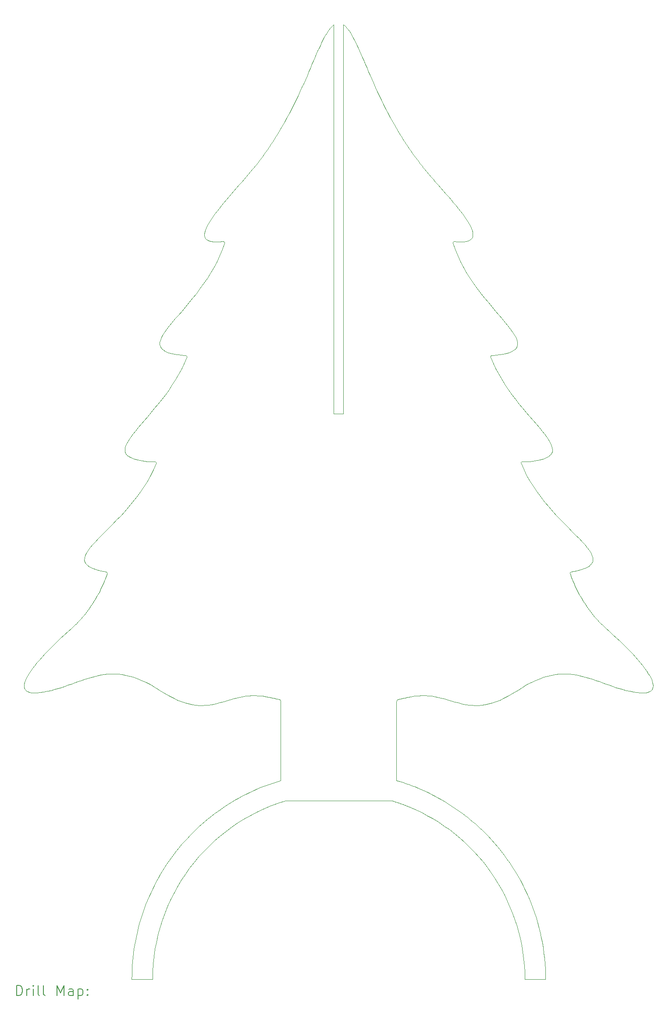
<source format=gbr>
%TF.GenerationSoftware,KiCad,Pcbnew,8.0.6*%
%TF.CreationDate,2024-11-23T10:35:45+01:00*%
%TF.ProjectId,ChristmasTree,43687269-7374-46d6-9173-547265652e6b,rev?*%
%TF.SameCoordinates,Original*%
%TF.FileFunction,Drillmap*%
%TF.FilePolarity,Positive*%
%FSLAX45Y45*%
G04 Gerber Fmt 4.5, Leading zero omitted, Abs format (unit mm)*
G04 Created by KiCad (PCBNEW 8.0.6) date 2024-11-23 10:35:45*
%MOMM*%
%LPD*%
G01*
G04 APERTURE LIST*
%ADD10C,0.100000*%
%ADD11C,0.200000*%
G04 APERTURE END LIST*
D10*
X8163262Y-5390360D02*
X8172243Y-5380016D01*
X8181192Y-5369692D01*
X8190109Y-5359389D01*
X8198991Y-5349108D01*
X8207837Y-5338850D01*
X8216645Y-5328617D01*
X8225412Y-5318408D01*
X8234138Y-5308226D01*
X8242820Y-5298071D01*
X8251455Y-5287945D01*
X8260044Y-5277849D01*
X8268583Y-5267783D01*
X8277070Y-5257749D01*
X8285504Y-5247748D01*
X8293883Y-5237782D01*
X8302205Y-5227850D01*
X8310468Y-5217955D01*
X8318671Y-5208096D01*
X8326810Y-5198277D01*
X8334886Y-5188497D01*
X8342894Y-5178757D01*
X8350835Y-5169059D01*
X8358705Y-5159404D01*
X8366504Y-5149793D01*
X8374228Y-5140227D01*
X8381877Y-5130707D01*
X8389448Y-5121234D01*
X8396940Y-5111810D01*
X8404350Y-5102435D01*
X8411676Y-5093110D01*
X8418918Y-5083837D01*
X8426073Y-5074617D01*
X4288000Y-15290000D02*
X4218846Y-15300272D01*
X4157298Y-15305857D01*
X4103150Y-15306909D01*
X4056197Y-15303582D01*
X4016232Y-15296029D01*
X3983050Y-15284405D01*
X3956446Y-15268864D01*
X3936213Y-15249560D01*
X3922147Y-15226647D01*
X3914041Y-15200279D01*
X3911689Y-15170609D01*
X3914887Y-15137792D01*
X3923428Y-15101982D01*
X3937106Y-15063333D01*
X3955717Y-15021999D01*
X3979054Y-14978134D01*
X4006912Y-14931891D01*
X4039084Y-14883426D01*
X4075366Y-14832891D01*
X4115552Y-14780441D01*
X4159435Y-14726230D01*
X4206811Y-14670413D01*
X4257474Y-14613142D01*
X4311217Y-14554572D01*
X4367836Y-14494856D01*
X4427125Y-14434150D01*
X4488877Y-14372607D01*
X4552888Y-14310381D01*
X4618951Y-14247626D01*
X4686861Y-14184495D01*
X4756413Y-14121144D01*
X4827400Y-14057726D01*
X11104010Y-15482616D02*
X11104010Y-16998492D01*
X15683759Y-15290000D02*
X15611623Y-15276143D01*
X15541161Y-15260107D01*
X15472218Y-15242192D01*
X15404639Y-15222702D01*
X15338269Y-15201935D01*
X15272953Y-15180195D01*
X15208536Y-15157782D01*
X15144863Y-15134997D01*
X15081778Y-15112142D01*
X15019127Y-15089518D01*
X14956754Y-15067426D01*
X14894505Y-15046168D01*
X14832223Y-15026044D01*
X14769755Y-15007356D01*
X14706946Y-14990406D01*
X14643639Y-14975494D01*
X14579680Y-14962923D01*
X14514913Y-14952992D01*
X14449185Y-14946004D01*
X14382339Y-14942259D01*
X14314220Y-14942059D01*
X14244675Y-14945706D01*
X14173546Y-14953500D01*
X14100680Y-14965743D01*
X14025920Y-14982736D01*
X13949113Y-15004780D01*
X13870103Y-15032177D01*
X13788735Y-15065227D01*
X13704853Y-15104233D01*
X13618304Y-15149495D01*
X13528931Y-15201315D01*
X13436579Y-15259994D01*
X6535183Y-15259994D02*
X6442831Y-15201315D01*
X6353457Y-15149495D01*
X6266907Y-15104233D01*
X6183026Y-15065227D01*
X6101657Y-15032177D01*
X6022647Y-15004780D01*
X5945840Y-14982736D01*
X5871080Y-14965743D01*
X5798214Y-14953500D01*
X5727085Y-14945706D01*
X5657539Y-14942059D01*
X5589421Y-14942259D01*
X5522575Y-14946004D01*
X5456846Y-14952992D01*
X5392080Y-14962923D01*
X5328121Y-14975494D01*
X5264814Y-14990406D01*
X5202004Y-15007356D01*
X5139536Y-15026044D01*
X5077255Y-15046168D01*
X5015005Y-15067426D01*
X4952632Y-15089518D01*
X4889981Y-15112142D01*
X4826896Y-15134997D01*
X4763223Y-15157782D01*
X4698806Y-15180195D01*
X4633490Y-15201935D01*
X4567120Y-15222702D01*
X4499541Y-15242192D01*
X4430598Y-15260107D01*
X4360136Y-15276143D01*
X4288000Y-15290000D01*
X11081428Y-4378933D02*
X11093987Y-4400545D01*
X11106662Y-4422183D01*
X11119452Y-4443847D01*
X11132359Y-4465534D01*
X11145384Y-4487242D01*
X11158528Y-4508970D01*
X11171792Y-4530715D01*
X11185178Y-4552477D01*
X11198686Y-4574252D01*
X11212318Y-4596039D01*
X11226074Y-4617836D01*
X11239956Y-4639642D01*
X11253965Y-4661454D01*
X11268102Y-4683271D01*
X11282368Y-4705090D01*
X11296764Y-4726910D01*
X11311291Y-4748729D01*
X11325950Y-4770545D01*
X11340743Y-4792357D01*
X11355670Y-4814161D01*
X11370733Y-4835957D01*
X11385933Y-4857743D01*
X11401270Y-4879517D01*
X11416746Y-4901276D01*
X11432363Y-4923019D01*
X11448120Y-4944745D01*
X11464020Y-4966450D01*
X11480062Y-4988135D01*
X11496250Y-5009795D01*
X11512582Y-5031430D01*
X11529062Y-5053038D01*
X11545689Y-5074617D01*
X6390903Y-20834945D02*
X5990859Y-20834945D01*
X5512490Y-13015277D02*
X5515540Y-13004183D01*
X5516819Y-12992759D01*
X5515386Y-12982685D01*
X5508614Y-12976140D01*
X6461113Y-10879904D02*
X6463689Y-10869393D01*
X6462005Y-10859021D01*
X6454604Y-10850503D01*
X6443983Y-10846742D01*
X6436411Y-10846419D01*
X13580856Y-20834945D02*
X13578382Y-20702275D01*
X13571014Y-20570505D01*
X13558831Y-20439741D01*
X13541910Y-20310089D01*
X13520331Y-20181652D01*
X13494173Y-20054536D01*
X13463514Y-19928847D01*
X13428434Y-19804688D01*
X13389011Y-19682166D01*
X13345323Y-19561385D01*
X13297451Y-19442450D01*
X13245472Y-19325467D01*
X13189465Y-19210539D01*
X13129509Y-19097773D01*
X13065684Y-18987273D01*
X12998067Y-18879144D01*
X12926738Y-18773492D01*
X12851775Y-18670421D01*
X12773257Y-18570037D01*
X12691264Y-18472444D01*
X12605873Y-18377747D01*
X12517164Y-18286052D01*
X12425215Y-18197463D01*
X12330105Y-18112085D01*
X12231914Y-18030025D01*
X12130719Y-17951385D01*
X12026600Y-17876273D01*
X11919636Y-17804791D01*
X11809904Y-17737047D01*
X11697485Y-17673144D01*
X11582457Y-17613188D01*
X11464898Y-17557283D01*
X11464898Y-17557283D02*
X11451190Y-17551095D01*
X11437451Y-17544964D01*
X11423681Y-17538892D01*
X11409880Y-17532877D01*
X11396048Y-17526921D01*
X11382185Y-17521022D01*
X11368291Y-17515181D01*
X11354366Y-17509398D01*
X11340410Y-17503673D01*
X11326423Y-17498006D01*
X11312405Y-17492397D01*
X11298356Y-17486845D01*
X11284276Y-17481352D01*
X11270165Y-17475916D01*
X11256023Y-17470538D01*
X11241850Y-17465218D01*
X11227646Y-17459956D01*
X11213412Y-17454751D01*
X11199146Y-17449605D01*
X11184849Y-17444516D01*
X11170521Y-17439485D01*
X11156162Y-17434512D01*
X11141772Y-17429596D01*
X11127352Y-17424739D01*
X11112900Y-17419939D01*
X11098417Y-17415197D01*
X11083903Y-17410513D01*
X11069358Y-17405886D01*
X11054782Y-17401318D01*
X11040175Y-17396807D01*
X11025538Y-17392353D01*
X11010869Y-17387958D01*
X9984649Y-17387958D02*
X8960888Y-17387958D01*
X7752265Y-6595797D02*
X7682805Y-6602519D01*
X7621603Y-6604738D01*
X7568362Y-6602618D01*
X7522789Y-6596321D01*
X7484588Y-6586013D01*
X7453466Y-6571858D01*
X7429126Y-6554019D01*
X7411275Y-6532660D01*
X7399618Y-6507945D01*
X7393861Y-6480038D01*
X7393707Y-6449103D01*
X7398864Y-6415304D01*
X7409036Y-6378805D01*
X7423928Y-6339770D01*
X7443246Y-6298363D01*
X7466696Y-6254748D01*
X7493982Y-6209088D01*
X7524809Y-6161548D01*
X7558884Y-6112292D01*
X7595911Y-6061483D01*
X7635596Y-6009285D01*
X7677644Y-5955863D01*
X7721760Y-5901381D01*
X7767650Y-5846001D01*
X7815019Y-5789889D01*
X7863572Y-5733208D01*
X7913016Y-5676123D01*
X7963054Y-5618796D01*
X8013392Y-5561393D01*
X8063736Y-5504076D01*
X8113791Y-5447011D01*
X8163262Y-5390360D01*
X8960888Y-17387958D02*
X8820268Y-17432862D01*
X8682447Y-17483276D01*
X8547534Y-17539054D01*
X8415638Y-17600050D01*
X8286868Y-17666119D01*
X8161333Y-17737116D01*
X8039143Y-17812893D01*
X7920407Y-17893306D01*
X7805234Y-17978209D01*
X7693733Y-18067456D01*
X7586014Y-18160901D01*
X7482186Y-18258399D01*
X7382358Y-18359803D01*
X7286639Y-18464969D01*
X7195139Y-18573750D01*
X7107966Y-18686000D01*
X7025230Y-18801575D01*
X6947040Y-18920327D01*
X6873506Y-19042112D01*
X6804737Y-19166783D01*
X6740841Y-19294195D01*
X6681928Y-19424203D01*
X6628108Y-19556660D01*
X6579489Y-19691420D01*
X6536182Y-19828338D01*
X6498294Y-19967269D01*
X6465935Y-20108066D01*
X6439215Y-20250583D01*
X6418242Y-20394676D01*
X6403126Y-20540197D01*
X6393977Y-20687003D01*
X6390903Y-20834945D01*
X13980903Y-20834945D02*
X13580859Y-20834945D01*
X12945859Y-8794659D02*
X12934894Y-8796781D01*
X12925290Y-8802705D01*
X12919652Y-8811665D01*
X12918536Y-8822950D01*
X12920814Y-8832040D01*
X10075668Y-2415024D02*
X10099549Y-2432369D01*
X10123216Y-2453700D01*
X10146740Y-2478904D01*
X10170191Y-2507864D01*
X10193639Y-2540467D01*
X10217154Y-2576598D01*
X10240806Y-2616142D01*
X10264665Y-2658986D01*
X10288801Y-2705013D01*
X10313284Y-2754110D01*
X10338184Y-2806162D01*
X10363571Y-2861054D01*
X10389515Y-2918673D01*
X10416087Y-2978902D01*
X10443355Y-3041629D01*
X10471391Y-3106737D01*
X10500264Y-3174113D01*
X10530044Y-3243642D01*
X10560801Y-3315209D01*
X10592605Y-3388700D01*
X10625527Y-3464000D01*
X10659636Y-3540994D01*
X10695002Y-3619569D01*
X10731696Y-3699609D01*
X10769786Y-3781000D01*
X10809345Y-3863627D01*
X10850440Y-3947376D01*
X10893143Y-4032131D01*
X10937523Y-4117780D01*
X10983650Y-4204206D01*
X11031595Y-4291295D01*
X11081428Y-4378933D01*
X8840587Y-15435349D02*
X8826271Y-15431785D01*
X8811762Y-15428237D01*
X8797059Y-15424706D01*
X8782160Y-15421191D01*
X8767062Y-15417692D01*
X8751764Y-15414209D01*
X8736264Y-15410743D01*
X8720558Y-15407294D01*
X8704646Y-15403861D01*
X8688526Y-15400444D01*
X8672194Y-15397045D01*
X8655650Y-15393662D01*
X8638890Y-15390295D01*
X8621914Y-15386946D01*
X8604718Y-15383613D01*
X8587302Y-15380297D01*
X6436411Y-10846419D02*
X6423818Y-10846835D01*
X6411034Y-10847096D01*
X6398056Y-10847195D01*
X6384882Y-10847126D01*
X6371507Y-10846880D01*
X6357928Y-10846453D01*
X6344142Y-10845835D01*
X6330146Y-10845021D01*
X6315936Y-10844003D01*
X6301509Y-10842775D01*
X6291769Y-10841836D01*
X8890334Y-4378933D02*
X8940009Y-4291522D01*
X8987810Y-4204650D01*
X9033806Y-4118432D01*
X9078067Y-4032983D01*
X9120663Y-3948415D01*
X9161661Y-3864843D01*
X9201132Y-3782381D01*
X9239144Y-3701142D01*
X9275768Y-3621242D01*
X9311072Y-3542794D01*
X9345125Y-3465911D01*
X9377996Y-3390709D01*
X9409756Y-3317300D01*
X9440473Y-3245799D01*
X9470216Y-3176321D01*
X9499055Y-3108978D01*
X9527059Y-3043886D01*
X9554297Y-2981157D01*
X9580839Y-2920906D01*
X9606753Y-2863248D01*
X9632109Y-2808295D01*
X9656976Y-2756163D01*
X9681423Y-2706965D01*
X9705520Y-2660814D01*
X9729336Y-2617826D01*
X9752940Y-2578114D01*
X9776402Y-2541792D01*
X9799790Y-2508974D01*
X9823174Y-2479774D01*
X9846622Y-2454306D01*
X9870206Y-2432685D01*
X9893993Y-2415024D01*
X13006184Y-8790423D02*
X12994552Y-8791529D01*
X12983067Y-8792492D01*
X12971730Y-8793312D01*
X12960542Y-8793987D01*
X12949505Y-8794516D01*
X12945859Y-8794659D01*
X5492027Y-12973314D02*
X5389717Y-12952596D01*
X5303166Y-12929502D01*
X5231655Y-12903981D01*
X5174464Y-12875982D01*
X5130870Y-12845455D01*
X5100155Y-12812349D01*
X5081597Y-12776612D01*
X5074475Y-12738195D01*
X5078070Y-12697045D01*
X5091661Y-12653114D01*
X5114526Y-12606349D01*
X5145946Y-12556701D01*
X5185200Y-12504117D01*
X5231567Y-12448548D01*
X5284327Y-12389943D01*
X5342759Y-12328251D01*
X5406143Y-12263421D01*
X5473758Y-12195402D01*
X5544884Y-12124144D01*
X5618799Y-12049596D01*
X5694784Y-11971707D01*
X5772117Y-11890426D01*
X5850079Y-11805703D01*
X5927949Y-11717486D01*
X6005005Y-11625726D01*
X6080528Y-11530370D01*
X6153797Y-11431369D01*
X6224092Y-11328672D01*
X6290691Y-11222228D01*
X6352875Y-11111985D01*
X6409922Y-10997895D01*
X6461113Y-10879904D01*
X9893993Y-2415024D02*
X9893993Y-9924961D01*
X5990859Y-20834945D02*
X5991746Y-20749894D01*
X5994395Y-20665278D01*
X5998788Y-20581115D01*
X6004909Y-20497421D01*
X6012739Y-20414215D01*
X6022261Y-20331514D01*
X6033457Y-20249335D01*
X6046310Y-20167696D01*
X6060802Y-20086613D01*
X6076916Y-20006106D01*
X6094634Y-19926190D01*
X6113938Y-19846884D01*
X6134811Y-19768205D01*
X6157235Y-19690170D01*
X6181193Y-19612797D01*
X6206667Y-19536102D01*
X6233640Y-19460105D01*
X6262094Y-19384822D01*
X6292012Y-19310270D01*
X6323375Y-19236467D01*
X6356167Y-19163430D01*
X6390369Y-19091177D01*
X6425965Y-19019726D01*
X6462936Y-18949093D01*
X6501265Y-18879296D01*
X6540935Y-18810352D01*
X6581928Y-18742280D01*
X6624226Y-18675096D01*
X6667812Y-18608818D01*
X6712668Y-18543463D01*
X6758777Y-18479049D01*
X6806121Y-18415593D01*
X7779429Y-6627889D02*
X7781262Y-6617122D01*
X7778838Y-6606788D01*
X7770813Y-6598707D01*
X7759889Y-6595625D01*
X7752265Y-6595797D01*
X7025902Y-8794659D02*
X7014916Y-8794183D01*
X7003778Y-8793557D01*
X6992490Y-8792785D01*
X6981054Y-8791868D01*
X6969471Y-8790808D01*
X6965577Y-8790423D01*
X7050948Y-8832040D02*
X7053364Y-8821223D01*
X7051568Y-8810229D01*
X7045329Y-8801661D01*
X7035205Y-8796228D01*
X7025902Y-8794659D01*
X13436579Y-15259994D02*
X13345634Y-15317769D01*
X13258718Y-15368063D01*
X13175601Y-15411274D01*
X13096052Y-15447802D01*
X13019842Y-15478048D01*
X12946742Y-15502410D01*
X12876520Y-15521289D01*
X12808948Y-15535083D01*
X12743796Y-15544194D01*
X12680833Y-15549021D01*
X12619830Y-15549962D01*
X12560558Y-15547419D01*
X12502785Y-15541791D01*
X12446283Y-15533477D01*
X12390822Y-15522878D01*
X12336171Y-15510392D01*
X12282101Y-15496420D01*
X12228382Y-15481362D01*
X12174785Y-15465616D01*
X12121079Y-15449584D01*
X12067034Y-15433664D01*
X12012422Y-15418256D01*
X11957011Y-15403761D01*
X11900572Y-15390577D01*
X11842875Y-15379105D01*
X11783691Y-15369744D01*
X11722790Y-15362893D01*
X11659941Y-15358954D01*
X11594915Y-15358325D01*
X11527482Y-15361406D01*
X11457412Y-15368597D01*
X11384476Y-15380297D01*
X11010869Y-17387958D02*
X9987110Y-17387958D01*
X12920814Y-8832040D02*
X12968669Y-8944744D01*
X13021384Y-9054252D01*
X13078319Y-9160562D01*
X13138830Y-9263671D01*
X13202278Y-9363577D01*
X13268019Y-9460277D01*
X13335412Y-9553770D01*
X13403815Y-9644053D01*
X13472586Y-9731123D01*
X13541085Y-9814979D01*
X13608668Y-9895618D01*
X13674695Y-9973038D01*
X13738522Y-10047236D01*
X13799510Y-10118210D01*
X13857016Y-10185958D01*
X13910397Y-10250478D01*
X13959014Y-10311767D01*
X14002222Y-10369823D01*
X14039382Y-10424643D01*
X14069851Y-10476226D01*
X14092987Y-10524568D01*
X14108149Y-10569669D01*
X14114695Y-10611524D01*
X14111983Y-10650133D01*
X14099371Y-10685493D01*
X14076218Y-10717601D01*
X14041882Y-10746455D01*
X13995721Y-10772053D01*
X13937093Y-10794392D01*
X13865357Y-10813470D01*
X13779871Y-10829286D01*
X13679993Y-10841836D01*
X12192332Y-6627889D02*
X12234579Y-6749522D01*
X12282983Y-6867694D01*
X12336819Y-6982403D01*
X12395364Y-7093646D01*
X12457894Y-7201420D01*
X12523684Y-7305722D01*
X12592011Y-7406551D01*
X12662149Y-7503902D01*
X12733375Y-7597775D01*
X12804965Y-7688165D01*
X12876194Y-7775071D01*
X12946338Y-7858489D01*
X13014673Y-7938417D01*
X13080475Y-8014853D01*
X13143020Y-8087793D01*
X13201584Y-8157235D01*
X13255442Y-8223177D01*
X13303870Y-8285615D01*
X13346143Y-8344548D01*
X13381539Y-8399972D01*
X13409332Y-8451884D01*
X13428799Y-8500283D01*
X13439215Y-8545165D01*
X13439856Y-8586528D01*
X13429998Y-8624369D01*
X13408917Y-8658686D01*
X13375888Y-8689476D01*
X13330187Y-8716735D01*
X13271091Y-8740463D01*
X13197874Y-8760655D01*
X13109813Y-8777309D01*
X13006184Y-8790423D01*
X6965577Y-8790423D02*
X6861949Y-8777309D01*
X6773890Y-8760655D01*
X6700675Y-8740463D01*
X6641579Y-8716735D01*
X6595879Y-8689476D01*
X6562851Y-8658686D01*
X6541770Y-8624369D01*
X6531912Y-8586528D01*
X6532553Y-8545165D01*
X6542969Y-8500283D01*
X6562436Y-8451884D01*
X6590229Y-8399972D01*
X6625624Y-8344548D01*
X6667898Y-8285615D01*
X6716325Y-8223177D01*
X6770183Y-8157235D01*
X6828746Y-8087793D01*
X6891290Y-8014853D01*
X6957092Y-7938417D01*
X7025427Y-7858489D01*
X7095570Y-7775071D01*
X7166799Y-7688165D01*
X7238388Y-7597775D01*
X7309614Y-7503902D01*
X7379752Y-7406551D01*
X7448078Y-7305722D01*
X7513867Y-7201420D01*
X7576397Y-7093646D01*
X7634942Y-6982403D01*
X7688779Y-6867694D01*
X7737182Y-6749522D01*
X7779429Y-6627889D01*
X12801580Y-18000738D02*
X12869024Y-18069381D01*
X12934814Y-18139628D01*
X12998918Y-18211447D01*
X13061304Y-18284805D01*
X13121939Y-18359672D01*
X13180792Y-18436014D01*
X13237831Y-18513801D01*
X13293024Y-18593001D01*
X13346339Y-18673581D01*
X13397745Y-18755510D01*
X13447209Y-18838757D01*
X13494699Y-18923289D01*
X13540184Y-19009075D01*
X13583631Y-19096083D01*
X13625009Y-19184281D01*
X13664286Y-19273637D01*
X13701429Y-19364120D01*
X13736408Y-19455698D01*
X13769190Y-19548339D01*
X13799742Y-19642011D01*
X13828034Y-19736682D01*
X13854033Y-19832321D01*
X13877707Y-19928897D01*
X13899025Y-20026376D01*
X13917955Y-20124727D01*
X13934464Y-20223920D01*
X13948520Y-20323921D01*
X13960093Y-20424699D01*
X13969149Y-20526222D01*
X13975658Y-20628459D01*
X13979586Y-20731377D01*
X13980903Y-20834945D01*
X13535350Y-10846419D02*
X13524386Y-10847424D01*
X13514804Y-10852250D01*
X13508794Y-10861742D01*
X13508509Y-10872755D01*
X13510665Y-10879904D01*
X8867749Y-15482616D02*
X8867027Y-15470838D01*
X8864646Y-15459739D01*
X8860283Y-15449919D01*
X8853617Y-15441978D01*
X8844324Y-15436515D01*
X8840587Y-15435349D01*
X5508614Y-12976140D02*
X5498359Y-12974380D01*
X5492027Y-12973314D01*
X13679993Y-10841836D02*
X13665419Y-10843209D01*
X13651065Y-10844367D01*
X13636928Y-10845318D01*
X13623004Y-10846066D01*
X13609289Y-10846621D01*
X13595780Y-10846987D01*
X13582473Y-10847173D01*
X13569364Y-10847185D01*
X13556450Y-10847030D01*
X13543728Y-10846714D01*
X13535350Y-10846419D01*
X11545689Y-5074617D02*
X11552843Y-5083837D01*
X11560085Y-5093110D01*
X11567411Y-5102435D01*
X11574821Y-5111810D01*
X11582313Y-5121234D01*
X11589884Y-5130707D01*
X11597532Y-5140227D01*
X11605257Y-5149793D01*
X11613055Y-5159404D01*
X11620925Y-5169059D01*
X11628866Y-5178757D01*
X11636875Y-5188497D01*
X11644950Y-5198277D01*
X11653090Y-5208096D01*
X11661293Y-5217955D01*
X11669556Y-5227850D01*
X11677879Y-5237782D01*
X11686258Y-5247748D01*
X11694693Y-5257749D01*
X11703181Y-5267783D01*
X11711720Y-5277849D01*
X11720309Y-5287945D01*
X11728946Y-5298071D01*
X11737629Y-5308226D01*
X11746355Y-5318408D01*
X11755124Y-5328617D01*
X11763933Y-5338850D01*
X11772780Y-5349108D01*
X11781664Y-5359389D01*
X11790582Y-5369692D01*
X11799533Y-5380016D01*
X11808515Y-5390360D01*
X11384476Y-15380297D02*
X11367056Y-15383613D01*
X11349858Y-15386946D01*
X11332879Y-15390295D01*
X11316117Y-15393662D01*
X11299571Y-15397045D01*
X11283239Y-15400444D01*
X11267117Y-15403861D01*
X11251204Y-15407294D01*
X11235499Y-15410743D01*
X11219998Y-15414209D01*
X11204699Y-15417692D01*
X11189602Y-15421191D01*
X11174702Y-15424706D01*
X11160000Y-15428237D01*
X11145491Y-15431785D01*
X11131175Y-15435349D01*
X11104010Y-16998492D02*
X11164696Y-17016654D01*
X11224972Y-17035751D01*
X11284831Y-17055774D01*
X11344263Y-17076713D01*
X11403261Y-17098561D01*
X11461817Y-17121309D01*
X11519921Y-17144949D01*
X11577566Y-17169471D01*
X11634743Y-17194868D01*
X11691444Y-17221131D01*
X11747661Y-17248252D01*
X11803385Y-17276221D01*
X11858608Y-17305031D01*
X11913322Y-17334672D01*
X11967518Y-17365137D01*
X12021188Y-17396416D01*
X12074324Y-17428502D01*
X12126917Y-17461386D01*
X12178959Y-17495058D01*
X12230442Y-17529511D01*
X12281357Y-17564737D01*
X12331696Y-17600726D01*
X12381451Y-17637470D01*
X12430614Y-17674961D01*
X12479175Y-17713189D01*
X12527127Y-17752147D01*
X12574462Y-17791826D01*
X12621171Y-17832218D01*
X12667245Y-17873313D01*
X12712677Y-17915104D01*
X12757458Y-17957582D01*
X12801580Y-18000738D01*
X14459631Y-13015277D02*
X14470973Y-13046292D01*
X14482844Y-13077669D01*
X14495258Y-13109383D01*
X14508227Y-13141406D01*
X14521761Y-13173714D01*
X14535874Y-13206279D01*
X14550576Y-13239076D01*
X14565879Y-13272078D01*
X14581796Y-13305260D01*
X14598338Y-13338595D01*
X14615518Y-13372056D01*
X14633346Y-13405618D01*
X14651834Y-13439255D01*
X14670995Y-13472941D01*
X14690841Y-13506648D01*
X14711382Y-13540352D01*
X14732631Y-13574025D01*
X14754601Y-13607643D01*
X14777301Y-13641178D01*
X14800745Y-13674604D01*
X14824945Y-13707896D01*
X14849911Y-13741026D01*
X14875656Y-13773970D01*
X14902192Y-13806700D01*
X14929530Y-13839191D01*
X14957683Y-13871416D01*
X14986662Y-13903350D01*
X15016479Y-13934966D01*
X15047145Y-13966237D01*
X15078673Y-13997139D01*
X15111075Y-14027643D01*
X15144362Y-14057726D01*
X6291769Y-10841836D02*
X6191891Y-10829286D01*
X6106404Y-10813470D01*
X6034668Y-10794392D01*
X5976041Y-10772053D01*
X5929879Y-10746455D01*
X5895543Y-10717601D01*
X5872390Y-10685493D01*
X5859779Y-10650133D01*
X5857067Y-10611524D01*
X5863612Y-10569669D01*
X5878774Y-10524568D01*
X5901911Y-10476226D01*
X5932379Y-10424643D01*
X5969539Y-10369823D01*
X6012748Y-10311767D01*
X6061364Y-10250478D01*
X6114746Y-10185958D01*
X6172251Y-10118210D01*
X6233239Y-10047236D01*
X6297067Y-9973038D01*
X6363093Y-9895618D01*
X6430677Y-9814979D01*
X6499175Y-9731123D01*
X6567947Y-9644053D01*
X6636350Y-9553770D01*
X6703743Y-9460277D01*
X6769484Y-9363577D01*
X6832931Y-9263671D01*
X6893443Y-9160562D01*
X6950377Y-9054252D01*
X7003093Y-8944744D01*
X7050948Y-8832040D01*
X11808515Y-5390360D02*
X11857985Y-5447011D01*
X11908038Y-5504076D01*
X11958381Y-5561393D01*
X12008718Y-5618796D01*
X12058755Y-5676123D01*
X12108197Y-5733208D01*
X12156749Y-5789889D01*
X12204117Y-5846001D01*
X12250006Y-5901381D01*
X12294122Y-5955863D01*
X12336169Y-6009285D01*
X12375853Y-6061483D01*
X12412880Y-6112292D01*
X12446954Y-6161548D01*
X12477781Y-6209088D01*
X12505067Y-6254748D01*
X12528516Y-6298363D01*
X12547834Y-6339770D01*
X12562726Y-6378805D01*
X12572898Y-6415304D01*
X12578054Y-6449103D01*
X12577901Y-6480038D01*
X12572143Y-6507945D01*
X12560486Y-6532660D01*
X12542635Y-6554019D01*
X12518296Y-6571858D01*
X12487173Y-6586013D01*
X12448972Y-6596321D01*
X12403399Y-6602618D01*
X12350159Y-6604738D01*
X12288956Y-6602519D01*
X12219497Y-6595797D01*
X6806121Y-18415593D02*
X6854651Y-18353147D01*
X6904383Y-18291699D01*
X6955299Y-18231265D01*
X7007382Y-18171864D01*
X7060613Y-18113512D01*
X7114976Y-18056227D01*
X7170453Y-18000026D01*
X7227026Y-17944928D01*
X7284677Y-17890949D01*
X7343388Y-17838106D01*
X7403143Y-17786418D01*
X7463924Y-17735902D01*
X7525712Y-17686575D01*
X7588491Y-17638454D01*
X7652243Y-17591558D01*
X7716949Y-17545902D01*
X7782593Y-17501506D01*
X7849156Y-17458386D01*
X7916622Y-17416560D01*
X7984972Y-17376045D01*
X8054189Y-17336859D01*
X8124255Y-17299019D01*
X8195153Y-17262543D01*
X8266865Y-17227447D01*
X8339374Y-17193750D01*
X8412661Y-17161469D01*
X8486709Y-17130621D01*
X8561500Y-17101224D01*
X8637018Y-17073295D01*
X8713244Y-17046852D01*
X8790160Y-17021911D01*
X8867749Y-16998492D01*
X13510665Y-10879904D02*
X13561854Y-10997895D01*
X13618900Y-11111985D01*
X13681082Y-11222228D01*
X13747680Y-11328672D01*
X13817974Y-11431369D01*
X13891242Y-11530370D01*
X13966764Y-11625726D01*
X14043820Y-11717486D01*
X14121688Y-11805703D01*
X14199649Y-11890426D01*
X14276982Y-11971707D01*
X14352966Y-12049596D01*
X14426881Y-12124144D01*
X14498006Y-12195402D01*
X14565621Y-12263421D01*
X14629004Y-12328251D01*
X14687436Y-12389943D01*
X14740196Y-12448548D01*
X14786563Y-12504117D01*
X14825816Y-12556701D01*
X14857236Y-12606349D01*
X14880101Y-12653114D01*
X14893692Y-12697045D01*
X14897286Y-12738195D01*
X14890165Y-12776612D01*
X14871607Y-12812349D01*
X14840891Y-12845455D01*
X14797298Y-12875982D01*
X14740106Y-12903981D01*
X14668595Y-12929502D01*
X14582045Y-12952596D01*
X14479734Y-12973314D01*
X8587302Y-15380297D02*
X8514364Y-15368597D01*
X8444293Y-15361406D01*
X8376859Y-15358325D01*
X8311831Y-15358954D01*
X8248981Y-15362893D01*
X8188079Y-15369744D01*
X8128893Y-15379105D01*
X8071196Y-15390577D01*
X8014756Y-15403761D01*
X7959345Y-15418256D01*
X7904731Y-15433664D01*
X7850686Y-15449584D01*
X7796979Y-15465616D01*
X7743381Y-15481362D01*
X7689662Y-15496420D01*
X7635592Y-15510392D01*
X7580941Y-15522878D01*
X7525479Y-15533477D01*
X7468976Y-15541791D01*
X7411204Y-15547419D01*
X7351931Y-15549962D01*
X7290928Y-15549021D01*
X7227965Y-15544194D01*
X7162813Y-15535083D01*
X7095240Y-15521289D01*
X7025019Y-15502410D01*
X6951918Y-15478048D01*
X6875709Y-15447802D01*
X6796160Y-15411274D01*
X6713043Y-15368063D01*
X6626127Y-15317769D01*
X6535183Y-15259994D01*
X8867749Y-16998492D02*
X8867749Y-15482616D01*
X10075668Y-9924961D02*
X10075668Y-2415024D01*
X12219497Y-6595797D02*
X12208420Y-6596083D01*
X12198468Y-6600303D01*
X12191770Y-6609460D01*
X12190692Y-6620537D01*
X12192332Y-6627889D01*
X4827400Y-14057726D02*
X4860687Y-14027643D01*
X4893089Y-13997139D01*
X4924617Y-13966237D01*
X4955284Y-13934966D01*
X4985102Y-13903350D01*
X5014082Y-13871416D01*
X5042237Y-13839191D01*
X5069577Y-13806700D01*
X5096116Y-13773970D01*
X5121865Y-13741026D01*
X5146835Y-13707896D01*
X5171039Y-13674604D01*
X5194489Y-13641178D01*
X5217196Y-13607643D01*
X5239173Y-13574025D01*
X5260430Y-13540352D01*
X5280981Y-13506648D01*
X5300837Y-13472941D01*
X5320010Y-13439255D01*
X5338511Y-13405618D01*
X5356353Y-13372056D01*
X5373547Y-13338595D01*
X5390106Y-13305260D01*
X5406041Y-13272078D01*
X5421364Y-13239076D01*
X5436087Y-13206279D01*
X5450222Y-13173714D01*
X5463781Y-13141406D01*
X5476775Y-13109383D01*
X5489217Y-13077669D01*
X5501118Y-13046292D01*
X5512490Y-13015277D01*
X9893993Y-9924961D02*
X10075668Y-9924961D01*
X14479734Y-12973314D02*
X14469758Y-12974959D01*
X14463164Y-12976140D01*
X14463164Y-12976140D02*
X14456059Y-12983731D01*
X14455074Y-12994263D01*
X14456421Y-13004183D01*
X14459631Y-13015277D01*
X13580859Y-20834945D02*
X13580856Y-20834945D01*
X8426073Y-5074617D02*
X8442701Y-5053038D01*
X8459182Y-5031430D01*
X8475516Y-5009795D01*
X8491704Y-4988135D01*
X8507748Y-4966450D01*
X8523649Y-4944745D01*
X8539407Y-4923019D01*
X8555024Y-4901276D01*
X8570501Y-4879517D01*
X8585839Y-4857743D01*
X8601039Y-4835957D01*
X8616103Y-4814161D01*
X8631030Y-4792357D01*
X8645823Y-4770545D01*
X8660483Y-4748729D01*
X8675010Y-4726910D01*
X8689406Y-4705090D01*
X8703671Y-4683271D01*
X8717808Y-4661454D01*
X8731816Y-4639642D01*
X8745698Y-4617836D01*
X8759454Y-4596039D01*
X8773085Y-4574252D01*
X8786592Y-4552477D01*
X8799977Y-4530715D01*
X8813241Y-4508970D01*
X8826384Y-4487242D01*
X8839408Y-4465534D01*
X8852314Y-4443847D01*
X8865103Y-4422183D01*
X8877776Y-4400545D01*
X8890334Y-4378933D01*
X15144362Y-14057726D02*
X15215349Y-14121144D01*
X15284900Y-14184495D01*
X15352810Y-14247626D01*
X15418874Y-14310381D01*
X15482884Y-14372607D01*
X15544637Y-14434150D01*
X15603925Y-14494856D01*
X15660544Y-14554572D01*
X15714287Y-14613142D01*
X15764950Y-14670413D01*
X15812325Y-14726230D01*
X15856209Y-14780441D01*
X15896394Y-14832891D01*
X15932676Y-14883426D01*
X15964849Y-14931891D01*
X15992706Y-14978134D01*
X16016043Y-15021999D01*
X16034654Y-15063333D01*
X16048332Y-15101982D01*
X16056873Y-15137792D01*
X16060070Y-15170609D01*
X16057719Y-15200279D01*
X16049613Y-15226647D01*
X16035546Y-15249560D01*
X16015313Y-15268864D01*
X15988709Y-15284405D01*
X15955527Y-15296029D01*
X15915562Y-15303582D01*
X15868609Y-15306909D01*
X15814461Y-15305857D01*
X15752913Y-15300272D01*
X15683759Y-15290000D01*
X11131175Y-15435349D02*
X11120941Y-15439852D01*
X11113436Y-15447034D01*
X11108338Y-15456294D01*
X11105328Y-15467033D01*
X11104086Y-15478652D01*
X11104010Y-15482616D01*
X9987110Y-17387958D02*
X9984649Y-17387958D01*
D11*
X3764842Y-21151429D02*
X3764842Y-20951429D01*
X3764842Y-20951429D02*
X3812461Y-20951429D01*
X3812461Y-20951429D02*
X3841032Y-20960953D01*
X3841032Y-20960953D02*
X3860080Y-20980001D01*
X3860080Y-20980001D02*
X3869604Y-20999048D01*
X3869604Y-20999048D02*
X3879127Y-21037143D01*
X3879127Y-21037143D02*
X3879127Y-21065715D01*
X3879127Y-21065715D02*
X3869604Y-21103810D01*
X3869604Y-21103810D02*
X3860080Y-21122858D01*
X3860080Y-21122858D02*
X3841032Y-21141905D01*
X3841032Y-21141905D02*
X3812461Y-21151429D01*
X3812461Y-21151429D02*
X3764842Y-21151429D01*
X3964842Y-21151429D02*
X3964842Y-21018096D01*
X3964842Y-21056191D02*
X3974366Y-21037143D01*
X3974366Y-21037143D02*
X3983889Y-21027620D01*
X3983889Y-21027620D02*
X4002937Y-21018096D01*
X4002937Y-21018096D02*
X4021985Y-21018096D01*
X4088651Y-21151429D02*
X4088651Y-21018096D01*
X4088651Y-20951429D02*
X4079127Y-20960953D01*
X4079127Y-20960953D02*
X4088651Y-20970477D01*
X4088651Y-20970477D02*
X4098175Y-20960953D01*
X4098175Y-20960953D02*
X4088651Y-20951429D01*
X4088651Y-20951429D02*
X4088651Y-20970477D01*
X4212461Y-21151429D02*
X4193413Y-21141905D01*
X4193413Y-21141905D02*
X4183889Y-21122858D01*
X4183889Y-21122858D02*
X4183889Y-20951429D01*
X4317223Y-21151429D02*
X4298175Y-21141905D01*
X4298175Y-21141905D02*
X4288651Y-21122858D01*
X4288651Y-21122858D02*
X4288651Y-20951429D01*
X4545794Y-21151429D02*
X4545794Y-20951429D01*
X4545794Y-20951429D02*
X4612461Y-21094286D01*
X4612461Y-21094286D02*
X4679128Y-20951429D01*
X4679128Y-20951429D02*
X4679128Y-21151429D01*
X4860080Y-21151429D02*
X4860080Y-21046667D01*
X4860080Y-21046667D02*
X4850556Y-21027620D01*
X4850556Y-21027620D02*
X4831509Y-21018096D01*
X4831509Y-21018096D02*
X4793413Y-21018096D01*
X4793413Y-21018096D02*
X4774366Y-21027620D01*
X4860080Y-21141905D02*
X4841032Y-21151429D01*
X4841032Y-21151429D02*
X4793413Y-21151429D01*
X4793413Y-21151429D02*
X4774366Y-21141905D01*
X4774366Y-21141905D02*
X4764842Y-21122858D01*
X4764842Y-21122858D02*
X4764842Y-21103810D01*
X4764842Y-21103810D02*
X4774366Y-21084762D01*
X4774366Y-21084762D02*
X4793413Y-21075239D01*
X4793413Y-21075239D02*
X4841032Y-21075239D01*
X4841032Y-21075239D02*
X4860080Y-21065715D01*
X4955318Y-21018096D02*
X4955318Y-21218096D01*
X4955318Y-21027620D02*
X4974366Y-21018096D01*
X4974366Y-21018096D02*
X5012461Y-21018096D01*
X5012461Y-21018096D02*
X5031509Y-21027620D01*
X5031509Y-21027620D02*
X5041032Y-21037143D01*
X5041032Y-21037143D02*
X5050556Y-21056191D01*
X5050556Y-21056191D02*
X5050556Y-21113334D01*
X5050556Y-21113334D02*
X5041032Y-21132381D01*
X5041032Y-21132381D02*
X5031509Y-21141905D01*
X5031509Y-21141905D02*
X5012461Y-21151429D01*
X5012461Y-21151429D02*
X4974366Y-21151429D01*
X4974366Y-21151429D02*
X4955318Y-21141905D01*
X5136270Y-21132381D02*
X5145794Y-21141905D01*
X5145794Y-21141905D02*
X5136270Y-21151429D01*
X5136270Y-21151429D02*
X5126747Y-21141905D01*
X5126747Y-21141905D02*
X5136270Y-21132381D01*
X5136270Y-21132381D02*
X5136270Y-21151429D01*
X5136270Y-21027620D02*
X5145794Y-21037143D01*
X5145794Y-21037143D02*
X5136270Y-21046667D01*
X5136270Y-21046667D02*
X5126747Y-21037143D01*
X5126747Y-21037143D02*
X5136270Y-21027620D01*
X5136270Y-21027620D02*
X5136270Y-21046667D01*
M02*

</source>
